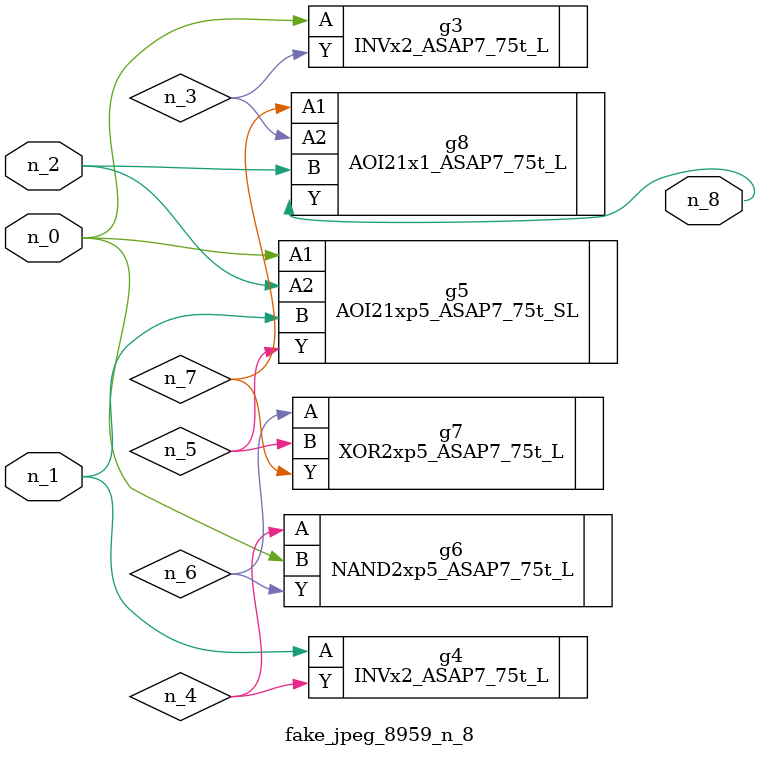
<source format=v>
module fake_jpeg_8959_n_8 (n_0, n_2, n_1, n_8);

input n_0;
input n_2;
input n_1;

output n_8;

wire n_3;
wire n_4;
wire n_6;
wire n_5;
wire n_7;

INVx2_ASAP7_75t_L g3 ( 
.A(n_0),
.Y(n_3)
);

INVx2_ASAP7_75t_L g4 ( 
.A(n_1),
.Y(n_4)
);

AOI21xp5_ASAP7_75t_SL g5 ( 
.A1(n_0),
.A2(n_2),
.B(n_1),
.Y(n_5)
);

NAND2xp5_ASAP7_75t_L g6 ( 
.A(n_4),
.B(n_0),
.Y(n_6)
);

XOR2xp5_ASAP7_75t_L g7 ( 
.A(n_6),
.B(n_5),
.Y(n_7)
);

AOI21x1_ASAP7_75t_L g8 ( 
.A1(n_7),
.A2(n_3),
.B(n_2),
.Y(n_8)
);


endmodule
</source>
